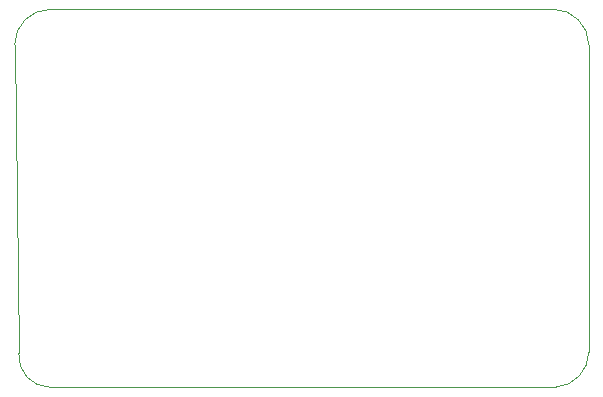
<source format=gbr>
%TF.GenerationSoftware,KiCad,Pcbnew,9.0.6-9.0.6~ubuntu24.04.1*%
%TF.CreationDate,2025-12-02T22:29:15-06:00*%
%TF.ProjectId,Kicad_stm32_1st,4b696361-645f-4737-946d-33325f317374,rev?*%
%TF.SameCoordinates,Original*%
%TF.FileFunction,Profile,NP*%
%FSLAX46Y46*%
G04 Gerber Fmt 4.6, Leading zero omitted, Abs format (unit mm)*
G04 Created by KiCad (PCBNEW 9.0.6-9.0.6~ubuntu24.04.1) date 2025-12-02 22:29:15*
%MOMM*%
%LPD*%
G01*
G04 APERTURE LIST*
%TA.AperFunction,Profile*%
%ADD10C,0.050000*%
%TD*%
G04 APERTURE END LIST*
D10*
X70400000Y-56800000D02*
G75*
G02*
X73400000Y-53800000I3000000J0D01*
G01*
X73380306Y-85800000D02*
G75*
G02*
X70750318Y-82929336I10394J2649600D01*
G01*
X119000000Y-56800000D02*
X119006659Y-82800000D01*
X73400000Y-53800000D02*
X116000000Y-53800000D01*
X70750412Y-82929344D02*
X70400000Y-56800000D01*
X119006659Y-82800000D02*
G75*
G02*
X116200000Y-85800000I-3006659J0D01*
G01*
X116000000Y-53800000D02*
G75*
G02*
X119000000Y-56800000I0J-3000000D01*
G01*
X73380306Y-85800000D02*
X116200000Y-85800000D01*
M02*

</source>
